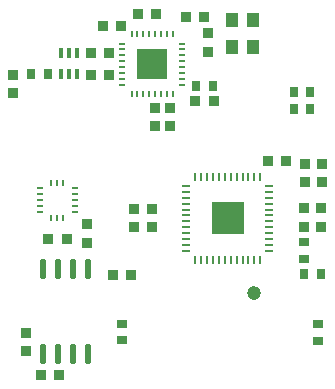
<source format=gtp>
%FSLAX25Y25*%
%MOIN*%
G70*
G01*
G75*
G04 Layer_Color=8421504*
%ADD10O,0.02559X0.00984*%
%ADD11O,0.00984X0.02559*%
%ADD12R,0.13780X0.13780*%
%ADD13R,0.00984X0.02150*%
%ADD14R,0.02150X0.00984*%
%ADD15C,0.02953*%
%ADD16R,0.04331X0.05118*%
%ADD17R,0.03740X0.03543*%
%ADD18R,0.03543X0.03150*%
%ADD19R,0.03543X0.03740*%
%ADD20R,0.03150X0.03543*%
%ADD21O,0.02362X0.07284*%
%ADD22R,0.01378X0.03937*%
%ADD23O,0.03465X0.01102*%
%ADD24O,0.01102X0.03465*%
%ADD25R,0.20866X0.20866*%
%ADD26C,0.04700*%
%ADD27C,0.01000*%
%ADD28C,0.00600*%
%ADD29C,0.01640*%
%ADD30C,0.01200*%
%ADD31C,0.00800*%
%ADD32C,0.02000*%
%ADD33C,0.01100*%
%ADD34C,0.01500*%
%ADD35O,0.09843X0.10827*%
%ADD36C,0.12500*%
%ADD37C,0.10000*%
%ADD38C,0.02200*%
%ADD39C,0.02598*%
%ADD40C,0.05000*%
%ADD41C,0.09200*%
%ADD42C,0.06000*%
%ADD43C,0.14900*%
%ADD44C,0.12400*%
%ADD45C,0.03200*%
%ADD46C,0.04600*%
%ADD47R,0.03490X0.23475*%
%ADD48R,0.02800X0.02500*%
%ADD49R,0.02700X0.04700*%
%ADD50R,0.04600X0.05300*%
%ADD51R,0.05500X0.02400*%
%ADD52R,0.02400X0.05200*%
%ADD53R,0.05400X0.02500*%
%ADD54R,0.14173X0.14173*%
%ADD55C,0.09487*%
%ADD56C,0.03699*%
%ADD57C,0.05200*%
%ADD58R,0.05906X0.07480*%
%ADD59R,0.01181X0.06299*%
%ADD60O,0.01181X0.03150*%
%ADD61O,0.01181X0.04724*%
%ADD62O,0.03150X0.01181*%
%ADD63R,0.08661X0.12598*%
%ADD64O,0.08268X0.02362*%
%ADD65R,0.05118X0.03150*%
%ADD66R,0.11811X0.08268*%
%ADD67R,0.08268X0.03937*%
%ADD68R,0.03347X0.03543*%
%ADD69R,0.01772X0.01969*%
%ADD70C,0.02500*%
%ADD71C,0.00984*%
%ADD72C,0.02362*%
%ADD73C,0.00787*%
%ADD74O,0.02159X0.00584*%
%ADD75O,0.00584X0.02159*%
%ADD76R,0.09843X0.09843*%
%ADD77R,0.00684X0.01850*%
%ADD78R,0.01850X0.00684*%
%ADD79R,0.04131X0.04918*%
%ADD80R,0.03540X0.03343*%
%ADD81R,0.03343X0.02950*%
%ADD82R,0.03343X0.03540*%
%ADD83R,0.02950X0.03343*%
%ADD84O,0.02162X0.07084*%
%ADD85R,0.01178X0.03737*%
%ADD86O,0.03065X0.00702*%
%ADD87O,0.00702X0.03065*%
%ADD88R,0.10866X0.10866*%
D26*
X84000Y47000D02*
D03*
D74*
X40159Y130290D02*
D03*
Y128321D02*
D03*
Y126353D02*
D03*
Y124384D02*
D03*
Y122416D02*
D03*
Y120447D02*
D03*
Y118479D02*
D03*
Y116510D02*
D03*
X60041D02*
D03*
Y118479D02*
D03*
Y120447D02*
D03*
Y122416D02*
D03*
Y124384D02*
D03*
Y126353D02*
D03*
Y128321D02*
D03*
Y130290D02*
D03*
D75*
X43210Y113459D02*
D03*
X45179D02*
D03*
X47147D02*
D03*
X49116D02*
D03*
X51084D02*
D03*
X53053D02*
D03*
X55021D02*
D03*
X56990D02*
D03*
Y133341D02*
D03*
X55021D02*
D03*
X53053D02*
D03*
X51084D02*
D03*
X49116D02*
D03*
X47147D02*
D03*
X45179D02*
D03*
X43210D02*
D03*
D76*
X50100Y123400D02*
D03*
D77*
X20458Y72301D02*
D03*
X18489D02*
D03*
X16521D02*
D03*
Y83899D02*
D03*
X18489D02*
D03*
X20458D02*
D03*
D78*
X12690Y74163D02*
D03*
Y76131D02*
D03*
Y78100D02*
D03*
Y80068D02*
D03*
Y82037D02*
D03*
X24288D02*
D03*
Y80068D02*
D03*
Y78100D02*
D03*
Y76131D02*
D03*
Y74163D02*
D03*
D79*
X83700Y138100D02*
D03*
X76613D02*
D03*
X83700Y129045D02*
D03*
X76613D02*
D03*
D80*
X43151Y53000D02*
D03*
X37049D02*
D03*
X15449Y65300D02*
D03*
X21551D02*
D03*
X70551Y111100D02*
D03*
X64449D02*
D03*
X35651Y119900D02*
D03*
X29549D02*
D03*
X35651Y127100D02*
D03*
X29549D02*
D03*
X12949Y19900D02*
D03*
X19051D02*
D03*
X39670Y136200D02*
D03*
X33568D02*
D03*
X45349Y140100D02*
D03*
X51451D02*
D03*
X67351Y139200D02*
D03*
X61249D02*
D03*
X94651Y91200D02*
D03*
X88549D02*
D03*
D81*
X40200Y36856D02*
D03*
Y31344D02*
D03*
X100600Y58544D02*
D03*
Y64056D02*
D03*
X105400Y31244D02*
D03*
Y36756D02*
D03*
D82*
X28400Y63898D02*
D03*
Y70000D02*
D03*
X56200Y102649D02*
D03*
Y108751D02*
D03*
X51200D02*
D03*
Y102649D02*
D03*
X3700Y119951D02*
D03*
Y113849D02*
D03*
X68800Y127549D02*
D03*
Y133651D02*
D03*
X101200Y84149D02*
D03*
Y90251D02*
D03*
X106700D02*
D03*
Y84149D02*
D03*
X100600Y69249D02*
D03*
Y75351D02*
D03*
X106400Y69249D02*
D03*
Y75351D02*
D03*
X49900Y75151D02*
D03*
Y69049D02*
D03*
X44100Y69098D02*
D03*
Y75200D02*
D03*
X7900Y27749D02*
D03*
Y33851D02*
D03*
D83*
X100744Y53600D02*
D03*
X106256D02*
D03*
X9744Y120000D02*
D03*
X15256D02*
D03*
X64844Y116300D02*
D03*
X70356D02*
D03*
X102756Y108400D02*
D03*
X97244D02*
D03*
X102756Y114000D02*
D03*
X97244D02*
D03*
D84*
X28700Y55073D02*
D03*
X23700D02*
D03*
X18700D02*
D03*
X13700D02*
D03*
X28700Y26727D02*
D03*
X23700D02*
D03*
X18700D02*
D03*
X13700D02*
D03*
D85*
X19841Y120157D02*
D03*
X22400D02*
D03*
X24959D02*
D03*
Y127243D02*
D03*
X22400D02*
D03*
X19841D02*
D03*
D86*
X89079Y61173D02*
D03*
Y63142D02*
D03*
Y65110D02*
D03*
Y67079D02*
D03*
Y69047D02*
D03*
Y71016D02*
D03*
Y72984D02*
D03*
Y74953D02*
D03*
Y76921D02*
D03*
Y78890D02*
D03*
Y80858D02*
D03*
Y82827D02*
D03*
X61520D02*
D03*
Y80858D02*
D03*
Y78890D02*
D03*
Y76921D02*
D03*
Y74953D02*
D03*
Y72984D02*
D03*
Y71016D02*
D03*
Y69047D02*
D03*
Y67079D02*
D03*
Y65110D02*
D03*
Y63142D02*
D03*
Y61173D02*
D03*
D87*
X86127Y85780D02*
D03*
X84158D02*
D03*
X82190D02*
D03*
X80221D02*
D03*
X78253D02*
D03*
X76284D02*
D03*
X74316D02*
D03*
X72347D02*
D03*
X70379D02*
D03*
X68410D02*
D03*
X66442D02*
D03*
X64473D02*
D03*
Y58220D02*
D03*
X66442D02*
D03*
X68410D02*
D03*
X70379D02*
D03*
X72347D02*
D03*
X74316D02*
D03*
X76284D02*
D03*
X78253D02*
D03*
X80221D02*
D03*
X82190D02*
D03*
X84158D02*
D03*
X86127D02*
D03*
D88*
X75300Y72000D02*
D03*
M02*

</source>
